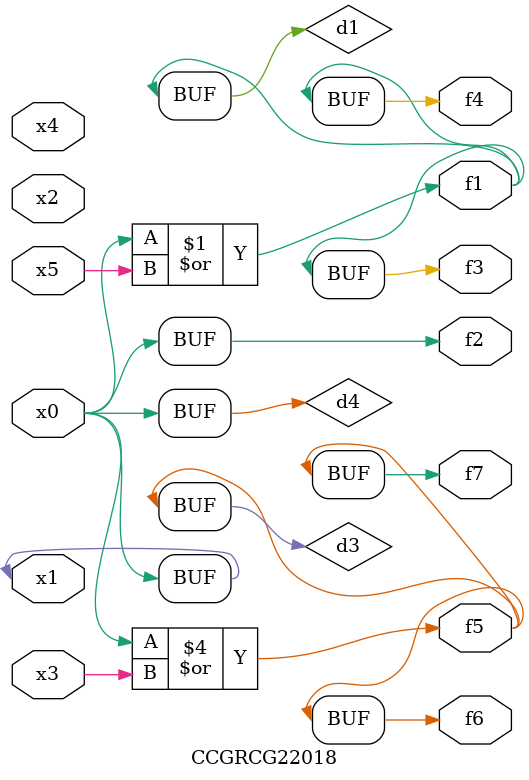
<source format=v>
module CCGRCG22018(
	input x0, x1, x2, x3, x4, x5,
	output f1, f2, f3, f4, f5, f6, f7
);

	wire d1, d2, d3, d4;

	or (d1, x0, x5);
	xnor (d2, x1, x4);
	or (d3, x0, x3);
	buf (d4, x0, x1);
	assign f1 = d1;
	assign f2 = d4;
	assign f3 = d1;
	assign f4 = d1;
	assign f5 = d3;
	assign f6 = d3;
	assign f7 = d3;
endmodule

</source>
